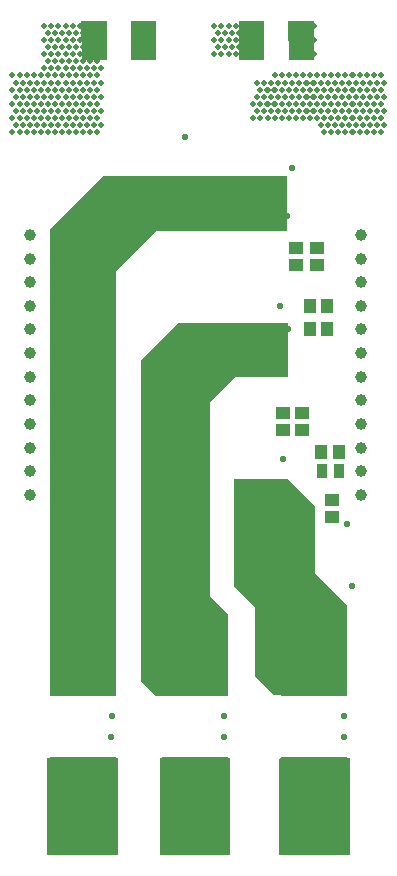
<source format=gts>
G04*
G04 #@! TF.GenerationSoftware,Altium Limited,Altium Designer,20.0.2 (26)*
G04*
G04 Layer_Color=8388736*
%FSLAX25Y25*%
%MOIN*%
G70*
G01*
G75*
%ADD16R,0.04540X0.04343*%
%ADD17R,0.22453X0.12020*%
%ADD18R,0.04343X0.04540*%
%ADD19R,0.04737X0.04147*%
%ADD20R,0.03753X0.04501*%
%ADD21C,0.03950*%
%ADD22C,0.01981*%
%ADD23C,0.02178*%
G36*
X674508Y324000D02*
X666123D01*
X666008Y337000D01*
X674508D01*
Y324000D01*
D02*
G37*
G36*
X658000D02*
X649615D01*
X649500Y337000D01*
X658000D01*
Y324000D01*
D02*
G37*
G36*
X622029D02*
X613644D01*
X613529Y337000D01*
X622029D01*
Y324000D01*
D02*
G37*
G36*
X605521D02*
X597136D01*
X597021Y337000D01*
X605521D01*
Y324000D01*
D02*
G37*
G36*
X665661Y267000D02*
X621776D01*
X608500Y253724D01*
Y124047D01*
X608020Y124000D01*
X586500D01*
Y267819D01*
X604181Y285500D01*
X665661D01*
Y267000D01*
D02*
G37*
G36*
X674919Y175388D02*
Y152831D01*
X685500Y142250D01*
Y124080D01*
X673874Y112454D01*
X660936D01*
X654736Y118654D01*
X654736D01*
Y141736D01*
X654736Y141736D01*
X647904Y148568D01*
Y184398D01*
X665909D01*
X665909Y184398D01*
X674919Y175388D01*
D02*
G37*
G36*
X665909Y218500D02*
X648357D01*
X639928Y210072D01*
Y145292D01*
X646000Y139220D01*
Y112000D01*
X646000Y112000D01*
X621740D01*
X617000Y116740D01*
X617000Y116740D01*
Y224075D01*
X629425Y236500D01*
X665909D01*
Y218500D01*
D02*
G37*
G36*
X686480Y59018D02*
X662878D01*
X662858Y91146D01*
X663212Y91500D01*
X686480D01*
Y59018D01*
D02*
G37*
G36*
X609201Y58999D02*
X585579D01*
Y91457D01*
X609201D01*
Y58999D01*
D02*
G37*
G36*
X646701Y59097D02*
X646242Y58999D01*
X623414D01*
X623061Y59352D01*
X623079Y91500D01*
X646701D01*
Y59097D01*
D02*
G37*
D16*
X675500Y261453D02*
D03*
Y255547D02*
D03*
X670634Y206453D02*
D03*
Y200547D02*
D03*
X664335Y206453D02*
D03*
Y200547D02*
D03*
X668449Y255547D02*
D03*
Y261453D02*
D03*
D17*
X597390Y85858D02*
D03*
Y118142D02*
D03*
X674669Y85858D02*
D03*
Y118142D02*
D03*
X634890Y85858D02*
D03*
Y118142D02*
D03*
D18*
X682713Y193453D02*
D03*
X676807D02*
D03*
X678953Y234500D02*
D03*
X673047D02*
D03*
X678953Y242000D02*
D03*
X673047D02*
D03*
D19*
X680500Y177453D02*
D03*
Y171547D02*
D03*
D20*
X682756Y187000D02*
D03*
X677244D02*
D03*
D21*
X690158Y179130D02*
D03*
Y187004D02*
D03*
Y194878D02*
D03*
Y202752D02*
D03*
Y210626D02*
D03*
Y218500D02*
D03*
Y226374D02*
D03*
Y234248D02*
D03*
Y242122D02*
D03*
Y249996D02*
D03*
Y257870D02*
D03*
Y265744D02*
D03*
X580000Y179130D02*
D03*
Y187004D02*
D03*
Y194878D02*
D03*
Y202752D02*
D03*
Y210626D02*
D03*
Y218500D02*
D03*
Y226374D02*
D03*
Y234248D02*
D03*
Y242122D02*
D03*
Y249996D02*
D03*
Y257870D02*
D03*
Y265744D02*
D03*
D22*
X685038Y77953D02*
D03*
Y75590D02*
D03*
Y73228D02*
D03*
Y70866D02*
D03*
Y68504D02*
D03*
Y66142D02*
D03*
Y63779D02*
D03*
Y61417D02*
D03*
X682676Y77953D02*
D03*
Y75590D02*
D03*
Y73228D02*
D03*
Y70866D02*
D03*
Y68504D02*
D03*
Y66142D02*
D03*
Y63779D02*
D03*
Y61417D02*
D03*
X680314Y77953D02*
D03*
Y75590D02*
D03*
Y73228D02*
D03*
Y70866D02*
D03*
Y68504D02*
D03*
Y66142D02*
D03*
Y63779D02*
D03*
Y61417D02*
D03*
X677951Y77953D02*
D03*
Y75590D02*
D03*
Y73228D02*
D03*
Y70866D02*
D03*
Y68504D02*
D03*
Y66142D02*
D03*
Y63779D02*
D03*
Y61417D02*
D03*
X675589Y77953D02*
D03*
Y75590D02*
D03*
Y73228D02*
D03*
Y70866D02*
D03*
Y68504D02*
D03*
Y66142D02*
D03*
Y63779D02*
D03*
Y61417D02*
D03*
X673227Y77953D02*
D03*
Y75590D02*
D03*
Y73228D02*
D03*
Y70866D02*
D03*
Y68504D02*
D03*
Y66142D02*
D03*
Y63779D02*
D03*
Y61417D02*
D03*
X670865Y77953D02*
D03*
Y75590D02*
D03*
Y73228D02*
D03*
Y70866D02*
D03*
Y68504D02*
D03*
Y66142D02*
D03*
Y63779D02*
D03*
Y61417D02*
D03*
X668503Y77953D02*
D03*
Y75590D02*
D03*
Y73228D02*
D03*
Y70866D02*
D03*
Y68504D02*
D03*
Y66142D02*
D03*
Y63779D02*
D03*
Y61417D02*
D03*
X666140Y77953D02*
D03*
Y75590D02*
D03*
Y73228D02*
D03*
Y70866D02*
D03*
Y68504D02*
D03*
Y66142D02*
D03*
Y63779D02*
D03*
Y61417D02*
D03*
X663778Y77953D02*
D03*
Y75590D02*
D03*
Y73228D02*
D03*
Y70866D02*
D03*
Y68504D02*
D03*
Y66142D02*
D03*
Y63779D02*
D03*
Y61417D02*
D03*
X644881Y77953D02*
D03*
Y75590D02*
D03*
Y73228D02*
D03*
Y70866D02*
D03*
Y68504D02*
D03*
Y66142D02*
D03*
Y63779D02*
D03*
Y61417D02*
D03*
X642518Y77953D02*
D03*
Y75590D02*
D03*
Y73228D02*
D03*
Y70866D02*
D03*
Y68504D02*
D03*
Y66142D02*
D03*
Y63779D02*
D03*
Y61417D02*
D03*
X640156Y77953D02*
D03*
Y75590D02*
D03*
Y73228D02*
D03*
Y70866D02*
D03*
Y68504D02*
D03*
Y66142D02*
D03*
Y63779D02*
D03*
Y61417D02*
D03*
X637794Y77953D02*
D03*
Y75590D02*
D03*
Y73228D02*
D03*
Y70866D02*
D03*
Y68504D02*
D03*
Y66142D02*
D03*
Y63779D02*
D03*
Y61417D02*
D03*
X635432Y77953D02*
D03*
Y75590D02*
D03*
Y73228D02*
D03*
Y70866D02*
D03*
Y68504D02*
D03*
Y66142D02*
D03*
Y63779D02*
D03*
Y61417D02*
D03*
X633070Y77953D02*
D03*
Y75590D02*
D03*
Y73228D02*
D03*
Y70866D02*
D03*
Y68504D02*
D03*
Y66142D02*
D03*
Y63779D02*
D03*
Y61417D02*
D03*
X630707Y77953D02*
D03*
Y75590D02*
D03*
Y73228D02*
D03*
Y70866D02*
D03*
Y68504D02*
D03*
Y66142D02*
D03*
Y63779D02*
D03*
Y61417D02*
D03*
X628345Y77953D02*
D03*
Y75590D02*
D03*
Y73228D02*
D03*
Y70866D02*
D03*
Y68504D02*
D03*
Y66142D02*
D03*
Y63779D02*
D03*
Y61417D02*
D03*
X625983Y77953D02*
D03*
Y75590D02*
D03*
Y73228D02*
D03*
Y70866D02*
D03*
Y68504D02*
D03*
Y66142D02*
D03*
Y63779D02*
D03*
Y61417D02*
D03*
X607085Y77953D02*
D03*
Y75590D02*
D03*
Y73228D02*
D03*
Y70866D02*
D03*
Y68504D02*
D03*
Y66142D02*
D03*
Y63779D02*
D03*
Y61417D02*
D03*
X604723Y77953D02*
D03*
Y75590D02*
D03*
Y73228D02*
D03*
Y70866D02*
D03*
Y68504D02*
D03*
Y66142D02*
D03*
Y63779D02*
D03*
Y61417D02*
D03*
X602361Y77953D02*
D03*
Y75590D02*
D03*
Y73228D02*
D03*
Y70866D02*
D03*
Y68504D02*
D03*
Y66142D02*
D03*
Y63779D02*
D03*
Y61417D02*
D03*
X599999Y77953D02*
D03*
Y75590D02*
D03*
Y73228D02*
D03*
Y70866D02*
D03*
Y68504D02*
D03*
Y66142D02*
D03*
Y63779D02*
D03*
Y61417D02*
D03*
X597637Y77953D02*
D03*
Y75590D02*
D03*
Y73228D02*
D03*
Y70866D02*
D03*
Y68504D02*
D03*
Y66142D02*
D03*
Y63779D02*
D03*
Y61417D02*
D03*
X595274Y77953D02*
D03*
Y75590D02*
D03*
Y73228D02*
D03*
Y70866D02*
D03*
Y68504D02*
D03*
Y66142D02*
D03*
Y63779D02*
D03*
Y61417D02*
D03*
X592912Y77953D02*
D03*
Y75590D02*
D03*
Y73228D02*
D03*
Y70866D02*
D03*
Y68504D02*
D03*
Y66142D02*
D03*
Y63779D02*
D03*
Y61417D02*
D03*
X590550Y77953D02*
D03*
Y75590D02*
D03*
Y73228D02*
D03*
Y70866D02*
D03*
Y68504D02*
D03*
Y66142D02*
D03*
Y63779D02*
D03*
Y61417D02*
D03*
X588188Y77953D02*
D03*
Y75590D02*
D03*
Y73228D02*
D03*
Y70866D02*
D03*
Y68504D02*
D03*
Y66142D02*
D03*
Y63779D02*
D03*
Y61417D02*
D03*
X649615Y170000D02*
D03*
X651977D02*
D03*
X654340D02*
D03*
X656702D02*
D03*
X659064D02*
D03*
X661426D02*
D03*
X663788D02*
D03*
X649605Y172500D02*
D03*
X651967D02*
D03*
X654329D02*
D03*
X656692D02*
D03*
X659054D02*
D03*
X661416D02*
D03*
X663778D02*
D03*
X649500Y183500D02*
D03*
X651862D02*
D03*
X654224D02*
D03*
X656587D02*
D03*
X658949D02*
D03*
X661311D02*
D03*
X663673D02*
D03*
X649500Y181407D02*
D03*
X651862D02*
D03*
X654224D02*
D03*
X656587D02*
D03*
X658949D02*
D03*
X661311D02*
D03*
X663673D02*
D03*
X649500Y179500D02*
D03*
X651862D02*
D03*
X654224D02*
D03*
X656587D02*
D03*
X658949D02*
D03*
X661311D02*
D03*
X663673D02*
D03*
X663778Y177165D02*
D03*
Y174803D02*
D03*
X661416Y177165D02*
D03*
Y174803D02*
D03*
X659054Y177165D02*
D03*
Y174803D02*
D03*
X656692Y177165D02*
D03*
Y174803D02*
D03*
X654329Y177165D02*
D03*
Y174803D02*
D03*
X651967Y177165D02*
D03*
Y174803D02*
D03*
X649605Y177165D02*
D03*
Y174803D02*
D03*
X653992Y233858D02*
D03*
X656354D02*
D03*
X660974D02*
D03*
X658611D02*
D03*
X654329Y231496D02*
D03*
X656692D02*
D03*
X661311D02*
D03*
X658949D02*
D03*
X649500D02*
D03*
Y233858D02*
D03*
X651862Y231496D02*
D03*
Y233858D02*
D03*
X659054Y222138D02*
D03*
Y224500D02*
D03*
X661416Y222138D02*
D03*
Y224500D02*
D03*
X654329Y222047D02*
D03*
Y224409D02*
D03*
X656692Y222047D02*
D03*
Y224409D02*
D03*
X649615Y222047D02*
D03*
Y224409D02*
D03*
X651977Y222047D02*
D03*
Y224409D02*
D03*
X663778Y229133D02*
D03*
Y226771D02*
D03*
X661416Y229133D02*
D03*
Y226771D02*
D03*
X659054Y229133D02*
D03*
Y226771D02*
D03*
X656692Y229133D02*
D03*
Y226771D02*
D03*
X654329Y229133D02*
D03*
Y226771D02*
D03*
X651967Y229133D02*
D03*
Y226771D02*
D03*
X649605Y229133D02*
D03*
Y226771D02*
D03*
X647243Y233858D02*
D03*
Y231496D02*
D03*
Y229133D02*
D03*
Y226771D02*
D03*
Y224409D02*
D03*
Y222047D02*
D03*
X644881Y233858D02*
D03*
Y231496D02*
D03*
Y229133D02*
D03*
Y226771D02*
D03*
Y224409D02*
D03*
Y222047D02*
D03*
Y219685D02*
D03*
X658500Y271616D02*
D03*
X653808Y271732D02*
D03*
X658793Y273993D02*
D03*
X661079Y271616D02*
D03*
Y273978D02*
D03*
X656354Y271616D02*
D03*
Y273978D02*
D03*
X651677Y280963D02*
D03*
Y283325D02*
D03*
X653992Y280963D02*
D03*
Y283325D02*
D03*
X656354Y280963D02*
D03*
Y283325D02*
D03*
X658716Y281065D02*
D03*
Y283427D02*
D03*
X661079Y280963D02*
D03*
Y283325D02*
D03*
X663441Y280963D02*
D03*
Y283325D02*
D03*
X647072Y283515D02*
D03*
X651659Y271769D02*
D03*
X651829Y274030D02*
D03*
X663441Y278703D02*
D03*
Y276341D02*
D03*
X661079Y278703D02*
D03*
Y276341D02*
D03*
X658716Y278703D02*
D03*
Y276341D02*
D03*
X656354Y278703D02*
D03*
Y276341D02*
D03*
X653992Y278703D02*
D03*
Y276341D02*
D03*
X651630Y278703D02*
D03*
Y276341D02*
D03*
X649268Y278703D02*
D03*
Y276341D02*
D03*
X646906Y281065D02*
D03*
Y278703D02*
D03*
Y276341D02*
D03*
Y273978D02*
D03*
Y271616D02*
D03*
X644543Y281065D02*
D03*
Y278703D02*
D03*
Y276341D02*
D03*
Y273978D02*
D03*
Y271616D02*
D03*
X654329Y274015D02*
D03*
X649500Y271754D02*
D03*
X649268Y274030D02*
D03*
Y281000D02*
D03*
Y283362D02*
D03*
X645000Y283464D02*
D03*
X656692Y333070D02*
D03*
Y328346D02*
D03*
X655511Y335432D02*
D03*
X654329Y333070D02*
D03*
X655511Y330708D02*
D03*
X654329Y328346D02*
D03*
X655511Y325984D02*
D03*
X653148Y335432D02*
D03*
X651967Y333070D02*
D03*
X653148Y330708D02*
D03*
X651967Y328346D02*
D03*
X653148Y325984D02*
D03*
X650786Y335432D02*
D03*
X649605Y333070D02*
D03*
X650786Y330708D02*
D03*
X649605Y328346D02*
D03*
X650786Y325984D02*
D03*
X648424Y335432D02*
D03*
X647243Y333070D02*
D03*
X648424Y330708D02*
D03*
X647243Y328346D02*
D03*
X648424Y325984D02*
D03*
X646062Y335432D02*
D03*
X644881Y333070D02*
D03*
X646062Y330708D02*
D03*
X644881Y328346D02*
D03*
X646062Y325984D02*
D03*
X643700Y335432D02*
D03*
X642518Y333070D02*
D03*
X643700Y330708D02*
D03*
X642518Y328346D02*
D03*
X643700Y325984D02*
D03*
X641337Y335432D02*
D03*
Y330708D02*
D03*
Y325984D02*
D03*
X603542Y335432D02*
D03*
X602361Y333070D02*
D03*
X603542Y330708D02*
D03*
X602361Y328346D02*
D03*
X603542Y325984D02*
D03*
X602361Y323621D02*
D03*
X603542Y321259D02*
D03*
X602361Y318897D02*
D03*
X603542Y316535D02*
D03*
X602361Y314173D02*
D03*
X603542Y311810D02*
D03*
X602361Y309448D02*
D03*
X603542Y307086D02*
D03*
X602361Y304724D02*
D03*
X603542Y302362D02*
D03*
X602361Y299999D02*
D03*
X601180Y335432D02*
D03*
X599999Y333070D02*
D03*
X601180Y330708D02*
D03*
X599999Y328346D02*
D03*
X601180Y325984D02*
D03*
X599999Y323621D02*
D03*
X601180Y321259D02*
D03*
X599999Y318897D02*
D03*
X601180Y316535D02*
D03*
X599999Y314173D02*
D03*
X601180Y311810D02*
D03*
X599999Y309448D02*
D03*
X601180Y307086D02*
D03*
X599999Y304724D02*
D03*
X601180Y302362D02*
D03*
X599999Y299999D02*
D03*
X598818Y335432D02*
D03*
X597637Y333070D02*
D03*
X598818Y330708D02*
D03*
X597637Y328346D02*
D03*
X598818Y325984D02*
D03*
X597637Y323621D02*
D03*
X598818Y321259D02*
D03*
X597637Y318897D02*
D03*
X598818Y316535D02*
D03*
X597637Y314173D02*
D03*
X598818Y311810D02*
D03*
X597637Y309448D02*
D03*
X598818Y307086D02*
D03*
X597637Y304724D02*
D03*
X598818Y302362D02*
D03*
X597637Y299999D02*
D03*
X596455Y335432D02*
D03*
X595274Y333070D02*
D03*
X596455Y330708D02*
D03*
X595274Y328346D02*
D03*
X596455Y325984D02*
D03*
X595274Y323621D02*
D03*
X596455Y321259D02*
D03*
X595274Y318897D02*
D03*
X596455Y316535D02*
D03*
X595274Y314173D02*
D03*
X596455Y311810D02*
D03*
X595274Y309448D02*
D03*
X596455Y307086D02*
D03*
X595274Y304724D02*
D03*
X596455Y302362D02*
D03*
X595274Y299999D02*
D03*
X594093Y335432D02*
D03*
X592912Y333070D02*
D03*
X594093Y330708D02*
D03*
X592912Y328346D02*
D03*
X594093Y325984D02*
D03*
X592912Y323621D02*
D03*
X594093Y321259D02*
D03*
X592912Y318897D02*
D03*
X594093Y316535D02*
D03*
X592912Y314173D02*
D03*
X594093Y311810D02*
D03*
X592912Y309448D02*
D03*
X594093Y307086D02*
D03*
X592912Y304724D02*
D03*
X594093Y302362D02*
D03*
X592912Y299999D02*
D03*
X591731Y335432D02*
D03*
X590550Y333070D02*
D03*
X591731Y330708D02*
D03*
X590550Y328346D02*
D03*
X591731Y325984D02*
D03*
X590550Y323621D02*
D03*
X591731Y321259D02*
D03*
X590550Y318897D02*
D03*
X591731Y316535D02*
D03*
X590550Y314173D02*
D03*
X591731Y311810D02*
D03*
X590550Y309448D02*
D03*
X591731Y307086D02*
D03*
X590550Y304724D02*
D03*
X591731Y302362D02*
D03*
X590550Y299999D02*
D03*
X589369Y335432D02*
D03*
X588188Y333070D02*
D03*
X589369Y330708D02*
D03*
X588188Y328346D02*
D03*
X589369Y325984D02*
D03*
X588188Y323621D02*
D03*
X589369Y321259D02*
D03*
X588188Y318897D02*
D03*
X589369Y316535D02*
D03*
X588188Y314173D02*
D03*
X589369Y311810D02*
D03*
X588188Y309448D02*
D03*
X589369Y307086D02*
D03*
X588188Y304724D02*
D03*
X589369Y302362D02*
D03*
X588188Y299999D02*
D03*
X587007Y335432D02*
D03*
X585826Y333070D02*
D03*
X587007Y330708D02*
D03*
X585826Y328346D02*
D03*
X587007Y325984D02*
D03*
X585826Y323621D02*
D03*
X587007Y321259D02*
D03*
X585826Y318897D02*
D03*
X587007Y316535D02*
D03*
X585826Y314173D02*
D03*
X587007Y311810D02*
D03*
X585826Y309448D02*
D03*
X587007Y307086D02*
D03*
X585826Y304724D02*
D03*
X587007Y302362D02*
D03*
X585826Y299999D02*
D03*
X584645Y335432D02*
D03*
Y330708D02*
D03*
Y325984D02*
D03*
Y321259D02*
D03*
X583463Y318897D02*
D03*
X584645Y316535D02*
D03*
X583463Y314173D02*
D03*
X584645Y311810D02*
D03*
X583463Y309448D02*
D03*
X584645Y307086D02*
D03*
X583463Y304724D02*
D03*
X584645Y302362D02*
D03*
X583463Y299999D02*
D03*
X581101Y318897D02*
D03*
X582282Y316535D02*
D03*
X581101Y314173D02*
D03*
X582282Y311810D02*
D03*
X581101Y309448D02*
D03*
X582282Y307086D02*
D03*
X581101Y304724D02*
D03*
X582282Y302362D02*
D03*
X581101Y299999D02*
D03*
X578739Y318897D02*
D03*
X579920Y316535D02*
D03*
X578739Y314173D02*
D03*
X579920Y311810D02*
D03*
X578739Y309448D02*
D03*
X579920Y307086D02*
D03*
X578739Y304724D02*
D03*
X579920Y302362D02*
D03*
X578739Y299999D02*
D03*
X576377Y318897D02*
D03*
X577558Y316535D02*
D03*
X576377Y314173D02*
D03*
X577558Y311810D02*
D03*
X576377Y309448D02*
D03*
X577558Y307086D02*
D03*
X576377Y304724D02*
D03*
X577558Y302362D02*
D03*
X576377Y299999D02*
D03*
X574015Y318897D02*
D03*
X575196Y316535D02*
D03*
X574015Y314173D02*
D03*
X575196Y311810D02*
D03*
X574015Y309448D02*
D03*
X575196Y307086D02*
D03*
X574015Y304724D02*
D03*
X575196Y302362D02*
D03*
X574015Y299999D02*
D03*
X696802Y318897D02*
D03*
X697983Y316535D02*
D03*
X696802Y314173D02*
D03*
X697983Y311810D02*
D03*
X696802Y309448D02*
D03*
X697983Y307086D02*
D03*
X696802Y304724D02*
D03*
X697983Y302362D02*
D03*
X696802Y299999D02*
D03*
X694439Y318897D02*
D03*
X695620Y316535D02*
D03*
X694439Y314173D02*
D03*
X695620Y311810D02*
D03*
X694439Y309448D02*
D03*
X695620Y307086D02*
D03*
X694439Y304724D02*
D03*
X695620Y302362D02*
D03*
X694439Y299999D02*
D03*
X692077Y318897D02*
D03*
X693258Y316535D02*
D03*
X692077Y314173D02*
D03*
X693258Y311810D02*
D03*
X692077Y309448D02*
D03*
X693258Y307086D02*
D03*
X692077Y304724D02*
D03*
X693258Y302362D02*
D03*
X692077Y299999D02*
D03*
X689715Y318897D02*
D03*
X690896Y316535D02*
D03*
X689715Y314173D02*
D03*
X690896Y311810D02*
D03*
X689715Y309448D02*
D03*
X690896Y307086D02*
D03*
X689715Y304724D02*
D03*
X690896Y302362D02*
D03*
X689715Y299999D02*
D03*
X687353Y318897D02*
D03*
X688534Y316535D02*
D03*
X687353Y314173D02*
D03*
X688534Y311810D02*
D03*
X687353Y309448D02*
D03*
X688534Y307086D02*
D03*
X687353Y304724D02*
D03*
X688534Y302362D02*
D03*
X687353Y299999D02*
D03*
X684991Y318897D02*
D03*
X686172Y316535D02*
D03*
X684991Y314173D02*
D03*
X686172Y311810D02*
D03*
X684991Y309448D02*
D03*
X686172Y307086D02*
D03*
X684991Y304724D02*
D03*
X686172Y302362D02*
D03*
X684991Y299999D02*
D03*
X682628Y318897D02*
D03*
X683810Y316535D02*
D03*
X682628Y314173D02*
D03*
X683810Y311810D02*
D03*
X682628Y309448D02*
D03*
X683810Y307086D02*
D03*
X682628Y304724D02*
D03*
X683810Y302362D02*
D03*
X682628Y299999D02*
D03*
X680266Y318897D02*
D03*
X681447Y316535D02*
D03*
X680266Y314173D02*
D03*
X681447Y311810D02*
D03*
X680266Y309448D02*
D03*
X681447Y307086D02*
D03*
X680266Y304724D02*
D03*
X681447Y302362D02*
D03*
X680266Y299999D02*
D03*
X677904Y318897D02*
D03*
X679085Y316535D02*
D03*
X677904Y314173D02*
D03*
X679085Y311810D02*
D03*
X677904Y309448D02*
D03*
X679085Y307086D02*
D03*
X677904Y304724D02*
D03*
X679085Y302362D02*
D03*
X677904Y299999D02*
D03*
X675542Y318897D02*
D03*
X676723Y316535D02*
D03*
X675542Y314173D02*
D03*
X676723Y311810D02*
D03*
X675542Y309448D02*
D03*
X676723Y307086D02*
D03*
X675542Y304724D02*
D03*
X676723Y302362D02*
D03*
X674361Y335432D02*
D03*
X673180Y333070D02*
D03*
X674361Y330708D02*
D03*
X673180Y328346D02*
D03*
X674361Y325984D02*
D03*
X673180Y318897D02*
D03*
X674361Y316535D02*
D03*
X673180Y314173D02*
D03*
X674361Y311810D02*
D03*
X673180Y309448D02*
D03*
X674361Y307086D02*
D03*
X673180Y304724D02*
D03*
X671999Y335432D02*
D03*
X670817Y333070D02*
D03*
X671999Y330708D02*
D03*
X670817Y328346D02*
D03*
X671999Y325984D02*
D03*
X670817Y318897D02*
D03*
X671999Y316535D02*
D03*
X670817Y314173D02*
D03*
X671999Y311810D02*
D03*
X670817Y309448D02*
D03*
X671999Y307086D02*
D03*
X669636Y335432D02*
D03*
X668455Y333070D02*
D03*
X669636Y330708D02*
D03*
X668455Y328346D02*
D03*
X669636Y325984D02*
D03*
X668455Y318897D02*
D03*
X669636Y316535D02*
D03*
X668455Y314173D02*
D03*
X669636Y311810D02*
D03*
X668455Y309448D02*
D03*
X669636Y307086D02*
D03*
X667274Y335432D02*
D03*
Y330708D02*
D03*
Y325984D02*
D03*
X666093Y318897D02*
D03*
X667274Y316535D02*
D03*
X666093Y314173D02*
D03*
X667274Y311810D02*
D03*
X666093Y309448D02*
D03*
X667274Y307086D02*
D03*
X663731Y318897D02*
D03*
X664912Y316535D02*
D03*
X663731Y314173D02*
D03*
X664912Y311810D02*
D03*
X663731Y309448D02*
D03*
X664912Y307086D02*
D03*
X662550Y316535D02*
D03*
X661369Y314173D02*
D03*
X662550Y311810D02*
D03*
X661369Y309448D02*
D03*
X662550Y307086D02*
D03*
X660187Y316535D02*
D03*
X659006Y314173D02*
D03*
X660187Y311810D02*
D03*
X659006Y309448D02*
D03*
X660187Y307086D02*
D03*
X657825Y316535D02*
D03*
X656644Y314173D02*
D03*
X657825Y311810D02*
D03*
X656644Y309448D02*
D03*
X657825Y307086D02*
D03*
X655463Y316535D02*
D03*
Y311810D02*
D03*
X654282Y309448D02*
D03*
X655463Y307086D02*
D03*
X620030Y335432D02*
D03*
X618849Y333070D02*
D03*
X620030Y330708D02*
D03*
X618849Y328346D02*
D03*
X620030Y325984D02*
D03*
X617668Y335432D02*
D03*
X616487Y333070D02*
D03*
X617668Y330708D02*
D03*
X616487Y328346D02*
D03*
X617668Y325984D02*
D03*
X614890Y335500D02*
D03*
X696849Y318897D02*
D03*
X698030Y316535D02*
D03*
X696849Y314173D02*
D03*
X698030Y311810D02*
D03*
X696849Y309448D02*
D03*
X698030Y307086D02*
D03*
X696849Y304724D02*
D03*
X698030Y302362D02*
D03*
X696849Y299999D02*
D03*
X694487Y318897D02*
D03*
X695668Y316535D02*
D03*
X694487Y314173D02*
D03*
X695668Y311810D02*
D03*
X694487Y309448D02*
D03*
X695668Y307086D02*
D03*
X694487Y304724D02*
D03*
X695668Y302362D02*
D03*
X694487Y299999D02*
D03*
X692125Y318897D02*
D03*
X693306Y316535D02*
D03*
X692125Y314173D02*
D03*
X693306Y311810D02*
D03*
X692125Y309448D02*
D03*
X693306Y307086D02*
D03*
X692125Y304724D02*
D03*
X693306Y302362D02*
D03*
X692125Y299999D02*
D03*
X689762Y318897D02*
D03*
X690943Y316535D02*
D03*
X689762Y314173D02*
D03*
X690943Y311810D02*
D03*
X689762Y309448D02*
D03*
X690943Y307086D02*
D03*
X689762Y304724D02*
D03*
X690943Y302362D02*
D03*
X689762Y299999D02*
D03*
X687400Y318897D02*
D03*
X688581Y316535D02*
D03*
X687400Y314173D02*
D03*
X688581Y311810D02*
D03*
X687400Y309448D02*
D03*
X688581Y307086D02*
D03*
X687400Y304724D02*
D03*
X688581Y302362D02*
D03*
X687400Y299999D02*
D03*
X685038Y318897D02*
D03*
X686219Y316535D02*
D03*
X685038Y314173D02*
D03*
X686219Y311810D02*
D03*
X685038Y309448D02*
D03*
X686219Y307086D02*
D03*
X685038Y304724D02*
D03*
X686219Y302362D02*
D03*
X685038Y299999D02*
D03*
X682676Y318897D02*
D03*
X683857Y316535D02*
D03*
X682676Y314173D02*
D03*
X683857Y311810D02*
D03*
X682676Y309448D02*
D03*
X683857Y307086D02*
D03*
X682676Y304724D02*
D03*
X683857Y302362D02*
D03*
X682676Y299999D02*
D03*
X680314Y318897D02*
D03*
X681495Y316535D02*
D03*
X680314Y314173D02*
D03*
X681495Y311810D02*
D03*
X680314Y309448D02*
D03*
X681495Y307086D02*
D03*
X680314Y304724D02*
D03*
X681495Y302362D02*
D03*
X680314Y299999D02*
D03*
X677951Y318897D02*
D03*
X679133Y316535D02*
D03*
X677951Y314173D02*
D03*
X679133Y311810D02*
D03*
X677951Y309448D02*
D03*
X679133Y307086D02*
D03*
X677951Y304724D02*
D03*
X679133Y302362D02*
D03*
X677951Y299999D02*
D03*
X675589Y318897D02*
D03*
X676770Y316535D02*
D03*
X675589Y314173D02*
D03*
X676770Y311810D02*
D03*
X675589Y309448D02*
D03*
X676770Y307086D02*
D03*
X675589Y304724D02*
D03*
X676770Y302362D02*
D03*
X674408Y335432D02*
D03*
X673227Y333070D02*
D03*
X674408Y330708D02*
D03*
X673227Y328346D02*
D03*
X674408Y325984D02*
D03*
X673227Y318897D02*
D03*
X674408Y316535D02*
D03*
X673227Y314173D02*
D03*
X674408Y311810D02*
D03*
X673227Y309448D02*
D03*
X674408Y307086D02*
D03*
X673227Y304724D02*
D03*
X672046Y335432D02*
D03*
X670865Y333070D02*
D03*
X672046Y330708D02*
D03*
X670865Y328346D02*
D03*
X672046Y325984D02*
D03*
X670865Y318897D02*
D03*
X672046Y316535D02*
D03*
X670865Y314173D02*
D03*
X672046Y311810D02*
D03*
X670865Y309448D02*
D03*
X672046Y307086D02*
D03*
X670865Y304724D02*
D03*
X669684Y335432D02*
D03*
X668503Y333070D02*
D03*
X669684Y330708D02*
D03*
X668503Y328346D02*
D03*
X669684Y325984D02*
D03*
X668503Y318897D02*
D03*
X669684Y316535D02*
D03*
X668503Y314173D02*
D03*
X669684Y311810D02*
D03*
X668503Y309448D02*
D03*
X669684Y307086D02*
D03*
X668503Y304724D02*
D03*
X667321Y335432D02*
D03*
Y330708D02*
D03*
Y325984D02*
D03*
X666140Y318897D02*
D03*
X667321Y316535D02*
D03*
X666140Y314173D02*
D03*
X667321Y311810D02*
D03*
X666140Y309448D02*
D03*
X667321Y307086D02*
D03*
X666140Y304724D02*
D03*
X663778Y318897D02*
D03*
X664959Y316535D02*
D03*
X663778Y314173D02*
D03*
X664959Y311810D02*
D03*
X663778Y309448D02*
D03*
X664959Y307086D02*
D03*
X663778Y304724D02*
D03*
X661416Y318897D02*
D03*
X662597Y316535D02*
D03*
X661416Y314173D02*
D03*
X662597Y311810D02*
D03*
X661416Y309448D02*
D03*
X662597Y307086D02*
D03*
X661416Y304724D02*
D03*
X660235Y316535D02*
D03*
X659054Y314173D02*
D03*
X660235Y311810D02*
D03*
X659054Y309448D02*
D03*
X660235Y307086D02*
D03*
X659054Y304724D02*
D03*
X657873Y316535D02*
D03*
X656692Y314173D02*
D03*
X657873Y311810D02*
D03*
X656692Y309448D02*
D03*
X657873Y307086D02*
D03*
X656692Y304724D02*
D03*
X655511Y316535D02*
D03*
Y311810D02*
D03*
X654329Y309448D02*
D03*
X655511Y307086D02*
D03*
X654329Y304724D02*
D03*
D23*
X665661Y272000D02*
D03*
X667181Y288000D02*
D03*
X631701Y298500D02*
D03*
X685500Y169500D02*
D03*
X665812Y234500D02*
D03*
X663102Y242000D02*
D03*
X666488Y181256D02*
D03*
X664335Y191000D02*
D03*
X607087Y105500D02*
D03*
X606902Y98500D02*
D03*
X644402D02*
D03*
X644500Y105500D02*
D03*
X684500Y98500D02*
D03*
X684469Y105500D02*
D03*
X687240Y148760D02*
D03*
M02*

</source>
